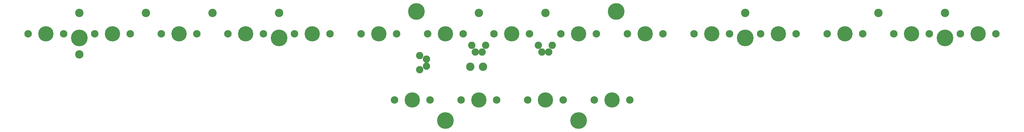
<source format=gts>
G04 #@! TF.GenerationSoftware,KiCad,Pcbnew,(6.0.10-0)*
G04 #@! TF.CreationDate,2023-02-16T10:13:06+09:00*
G04 #@! TF.ProjectId,Sandy_Top,53616e64-795f-4546-9f70-2e6b69636164,v.0*
G04 #@! TF.SameCoordinates,Original*
G04 #@! TF.FileFunction,Soldermask,Top*
G04 #@! TF.FilePolarity,Negative*
%FSLAX46Y46*%
G04 Gerber Fmt 4.6, Leading zero omitted, Abs format (unit mm)*
G04 Created by KiCad (PCBNEW (6.0.10-0)) date 2023-02-16 10:13:06*
%MOMM*%
%LPD*%
G01*
G04 APERTURE LIST*
%ADD10C,4.387800*%
%ADD11C,2.150000*%
%ADD12O,2.100000X2.100000*%
%ADD13C,4.800000*%
%ADD14C,2.400000*%
G04 APERTURE END LIST*
D10*
X138930310Y-27003405D03*
D11*
X133850310Y-27003405D03*
X144010310Y-27003405D03*
D10*
X167505310Y-46053405D03*
D11*
X162425310Y-46053405D03*
X172585310Y-46053405D03*
D10*
X157908435Y-27003405D03*
D11*
X152828435Y-27003405D03*
X162988435Y-27003405D03*
D10*
X148455310Y-46053405D03*
D11*
X143375310Y-46053405D03*
X153535310Y-46053405D03*
D10*
X186555310Y-46053405D03*
D11*
X181475310Y-46053405D03*
X191635310Y-46053405D03*
D10*
X129405310Y-46053405D03*
D11*
X124325310Y-46053405D03*
X134485310Y-46053405D03*
D10*
X24630310Y-27003405D03*
D11*
X19550310Y-27003405D03*
X29710310Y-27003405D03*
D10*
X291330310Y-27003405D03*
D11*
X286250310Y-27003405D03*
X296410310Y-27003405D03*
D10*
X253230310Y-27003405D03*
D11*
X248150310Y-27003405D03*
X258310310Y-27003405D03*
D10*
X234180310Y-27003405D03*
D11*
X229100310Y-27003405D03*
X239260310Y-27003405D03*
D10*
X215130310Y-27003405D03*
D11*
X210050310Y-27003405D03*
X220210310Y-27003405D03*
D10*
X196080310Y-27003405D03*
D11*
X191000310Y-27003405D03*
X201160310Y-27003405D03*
D10*
X177030310Y-27003405D03*
D11*
X171950310Y-27003405D03*
X182110310Y-27003405D03*
D10*
X119880310Y-27003405D03*
D11*
X114800310Y-27003405D03*
X124960310Y-27003405D03*
D10*
X100830310Y-27003405D03*
D11*
X95750310Y-27003405D03*
X105910310Y-27003405D03*
D10*
X81780310Y-27003405D03*
D11*
X76700310Y-27003405D03*
X86860310Y-27003405D03*
D10*
X62730310Y-27003405D03*
D11*
X57650310Y-27003405D03*
X67810310Y-27003405D03*
D10*
X43680310Y-27003405D03*
D11*
X38600310Y-27003405D03*
X48760310Y-27003405D03*
D10*
X272280310Y-27003405D03*
D11*
X267200310Y-27003405D03*
X277360310Y-27003405D03*
D12*
X165505310Y-30375280D03*
X166505310Y-32275280D03*
X168505310Y-32275280D03*
X169505310Y-30375280D03*
X131586560Y-37337780D03*
X133486560Y-36337780D03*
X133486560Y-34337780D03*
X131586560Y-33337780D03*
X146455310Y-30375280D03*
X147455310Y-32275280D03*
X149455310Y-32275280D03*
X150455310Y-30375280D03*
D13*
X177030310Y-52006530D03*
X138930310Y-52006530D03*
X281805310Y-28194030D03*
X224655310Y-28194030D03*
X91305310Y-28194030D03*
X34155310Y-28194030D03*
X187745935Y-20561655D03*
X130595935Y-20561655D03*
D14*
X146074060Y-36528405D03*
X149645935Y-36528405D03*
X53205310Y-21050280D03*
X34155310Y-32956530D03*
X281805310Y-21059655D03*
X262755310Y-21050280D03*
X224655310Y-21050280D03*
X167505310Y-21003405D03*
X148455310Y-21059655D03*
X91305310Y-21059655D03*
X72255310Y-21059655D03*
X34155310Y-21059655D03*
M02*

</source>
